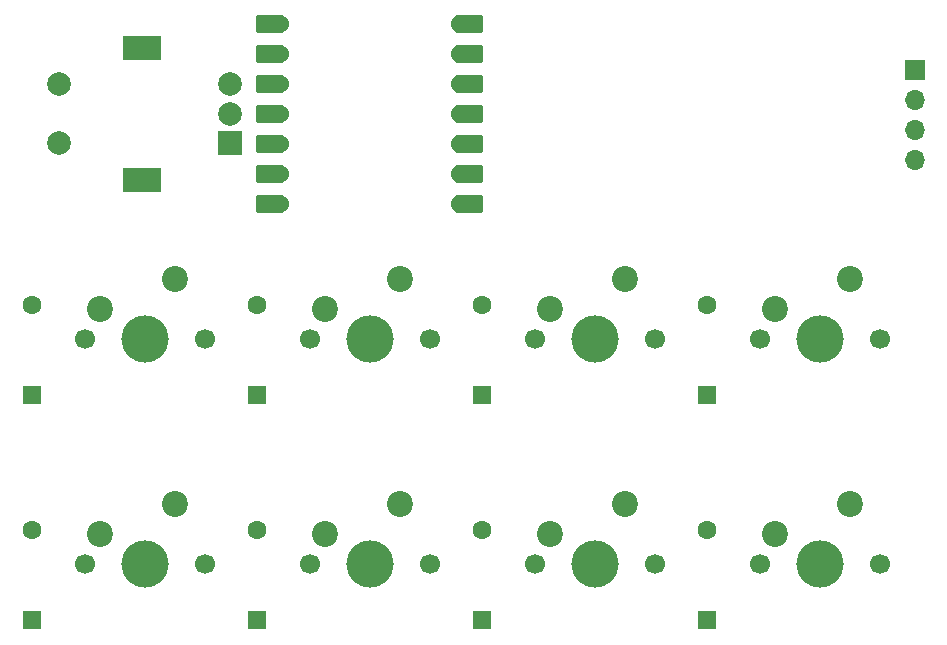
<source format=gbs>
G04 #@! TF.GenerationSoftware,KiCad,Pcbnew,9.0.2*
G04 #@! TF.CreationDate,2025-06-09T08:41:51+05:30*
G04 #@! TF.ProjectId,DevBuddy,44657642-7564-4647-992e-6b696361645f,rev?*
G04 #@! TF.SameCoordinates,Original*
G04 #@! TF.FileFunction,Soldermask,Bot*
G04 #@! TF.FilePolarity,Negative*
%FSLAX46Y46*%
G04 Gerber Fmt 4.6, Leading zero omitted, Abs format (unit mm)*
G04 Created by KiCad (PCBNEW 9.0.2) date 2025-06-09 08:41:51*
%MOMM*%
%LPD*%
G01*
G04 APERTURE LIST*
G04 Aperture macros list*
%AMRoundRect*
0 Rectangle with rounded corners*
0 $1 Rounding radius*
0 $2 $3 $4 $5 $6 $7 $8 $9 X,Y pos of 4 corners*
0 Add a 4 corners polygon primitive as box body*
4,1,4,$2,$3,$4,$5,$6,$7,$8,$9,$2,$3,0*
0 Add four circle primitives for the rounded corners*
1,1,$1+$1,$2,$3*
1,1,$1+$1,$4,$5*
1,1,$1+$1,$6,$7*
1,1,$1+$1,$8,$9*
0 Add four rect primitives between the rounded corners*
20,1,$1+$1,$2,$3,$4,$5,0*
20,1,$1+$1,$4,$5,$6,$7,0*
20,1,$1+$1,$6,$7,$8,$9,0*
20,1,$1+$1,$8,$9,$2,$3,0*%
G04 Aperture macros list end*
%ADD10RoundRect,0.152400X-1.063600X-0.609600X1.063600X-0.609600X1.063600X0.609600X-1.063600X0.609600X0*%
%ADD11C,1.524000*%
%ADD12RoundRect,0.152400X1.063600X0.609600X-1.063600X0.609600X-1.063600X-0.609600X1.063600X-0.609600X0*%
%ADD13R,1.700000X1.700000*%
%ADD14O,1.700000X1.700000*%
%ADD15C,2.000000*%
%ADD16R,3.200000X2.000000*%
%ADD17R,2.000000X2.000000*%
%ADD18C,2.200000*%
%ADD19C,1.700000*%
%ADD20C,4.000000*%
%ADD21C,1.600000*%
%ADD22RoundRect,0.250000X0.550000X-0.550000X0.550000X0.550000X-0.550000X0.550000X-0.550000X-0.550000X0*%
G04 APERTURE END LIST*
D10*
G04 #@! TO.C,U1*
X129898750Y-80486250D03*
D11*
X129063750Y-80486250D03*
D10*
X129898750Y-83026250D03*
D11*
X129063750Y-83026250D03*
D10*
X129898750Y-85566250D03*
D11*
X129063750Y-85566250D03*
D10*
X129898750Y-88106250D03*
D11*
X129063750Y-88106250D03*
D10*
X129898750Y-90646250D03*
D11*
X129063750Y-90646250D03*
D10*
X129898750Y-93186250D03*
D11*
X129063750Y-93186250D03*
D10*
X129898750Y-95726250D03*
D11*
X129063750Y-95726250D03*
X113823750Y-95726250D03*
D12*
X112988750Y-95726250D03*
D11*
X113823750Y-93186250D03*
D12*
X112988750Y-93186250D03*
D11*
X113823750Y-90646250D03*
D12*
X112988750Y-90646250D03*
D11*
X113823750Y-88106250D03*
D12*
X112988750Y-88106250D03*
D11*
X113823750Y-85566250D03*
D12*
X112988750Y-85566250D03*
D11*
X113823750Y-83026250D03*
D12*
X112988750Y-83026250D03*
D11*
X113823750Y-80486250D03*
D12*
X112988750Y-80486250D03*
G04 #@! TD*
D13*
G04 #@! TO.C,J1*
X167633750Y-84411250D03*
D14*
X167633750Y-86951250D03*
X167633750Y-89491250D03*
X167633750Y-92031250D03*
G04 #@! TD*
D15*
G04 #@! TO.C,SW15*
X95143750Y-85606250D03*
X95143750Y-90606250D03*
D16*
X102143750Y-82506250D03*
X102143750Y-93706250D03*
D15*
X109643750Y-85606250D03*
X109643750Y-88106250D03*
D17*
X109643750Y-90606250D03*
G04 #@! TD*
D18*
G04 #@! TO.C,SW7*
X136683750Y-123666250D03*
X143033750Y-121126250D03*
D19*
X145573750Y-126206250D03*
D20*
X140493750Y-126206250D03*
D19*
X135413750Y-126206250D03*
G04 #@! TD*
D21*
G04 #@! TO.C,D5*
X92868750Y-123348750D03*
D22*
X92868750Y-130968750D03*
G04 #@! TD*
D21*
G04 #@! TO.C,D6*
X111918750Y-123348750D03*
D22*
X111918750Y-130968750D03*
G04 #@! TD*
D21*
G04 #@! TO.C,D4*
X150018750Y-104298750D03*
D22*
X150018750Y-111918750D03*
G04 #@! TD*
D21*
G04 #@! TO.C,D8*
X150018750Y-123348750D03*
D22*
X150018750Y-130968750D03*
G04 #@! TD*
D21*
G04 #@! TO.C,D7*
X130968750Y-123348750D03*
D22*
X130968750Y-130968750D03*
G04 #@! TD*
D18*
G04 #@! TO.C,SW1*
X98583750Y-104616250D03*
X104933750Y-102076250D03*
D19*
X107473750Y-107156250D03*
D20*
X102393750Y-107156250D03*
D19*
X97313750Y-107156250D03*
G04 #@! TD*
G04 #@! TO.C,SW8*
X154463750Y-126206250D03*
D20*
X159543750Y-126206250D03*
D19*
X164623750Y-126206250D03*
D18*
X162083750Y-121126250D03*
X155733750Y-123666250D03*
G04 #@! TD*
D19*
G04 #@! TO.C,SW6*
X116363750Y-126206250D03*
D20*
X121443750Y-126206250D03*
D19*
X126523750Y-126206250D03*
D18*
X123983750Y-121126250D03*
X117633750Y-123666250D03*
G04 #@! TD*
D19*
G04 #@! TO.C,SW5*
X97313750Y-126206250D03*
D20*
X102393750Y-126206250D03*
D19*
X107473750Y-126206250D03*
D18*
X104933750Y-121126250D03*
X98583750Y-123666250D03*
G04 #@! TD*
D19*
G04 #@! TO.C,SW4*
X154463750Y-107156250D03*
D20*
X159543750Y-107156250D03*
D19*
X164623750Y-107156250D03*
D18*
X162083750Y-102076250D03*
X155733750Y-104616250D03*
G04 #@! TD*
D19*
G04 #@! TO.C,SW3*
X135413750Y-107156250D03*
D20*
X140493750Y-107156250D03*
D19*
X145573750Y-107156250D03*
D18*
X143033750Y-102076250D03*
X136683750Y-104616250D03*
G04 #@! TD*
D19*
G04 #@! TO.C,SW2*
X116363750Y-107156250D03*
D20*
X121443750Y-107156250D03*
D19*
X126523750Y-107156250D03*
D18*
X123983750Y-102076250D03*
X117633750Y-104616250D03*
G04 #@! TD*
D22*
G04 #@! TO.C,D3*
X130968750Y-111918750D03*
D21*
X130968750Y-104298750D03*
G04 #@! TD*
D22*
G04 #@! TO.C,D2*
X111918750Y-111918750D03*
D21*
X111918750Y-104298750D03*
G04 #@! TD*
D22*
G04 #@! TO.C,D1*
X92868750Y-111918750D03*
D21*
X92868750Y-104298750D03*
G04 #@! TD*
M02*

</source>
